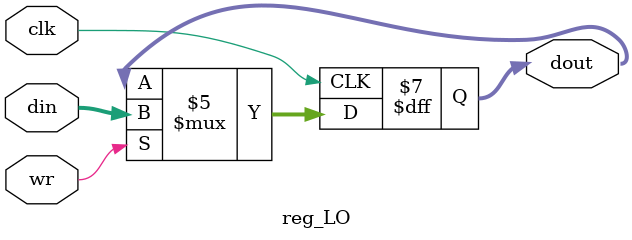
<source format=v>
module Register(clk, RegWr, Reg31Wr, rs, rt, rw, Reg31din, busW, busA, busB);
	input clk, RegWr, Reg31Wr;
	input [4:0] rs, rt, rw;
	input [31:0] busW, Reg31din;
	output [31:0] busA, busB;

	reg [31:0] register [31:0];
	integer i;
	initial
	begin 
		for(i=0; i<32; i=i+1)
			register[i] = 32'b0;
	end

	assign busA = (rs==0)?0:register[rs];
	assign busB = (rt==0)?0:register[rt];
	always @(posedge clk)
	begin
		if(RegWr)
			register[rw] <= busW;
		if(Reg31Wr)
			register[31] <= Reg31din;
	end

endmodule


module reg_HI(clk, wr, din, dout);
	input clk;
	input wr;
	input [31:0] din;
	output reg [31:0] dout;

	initial
	begin
		dout = 32'b0;
	end

	always @(posedge clk) 
	begin
		if(wr)
		begin
			dout = din;
		end
	end

endmodule // reg_HI


module reg_LO(clk, wr, din, dout);
	input clk;
	input wr;
	input [31:0] din;
	output reg [31:0] dout;

	initial
	begin
		dout = 32'b0;
	end

	always @(posedge clk) 
	begin
		if(wr)
		begin
			dout = din;
		end
	end

endmodule // reg_LO





</source>
